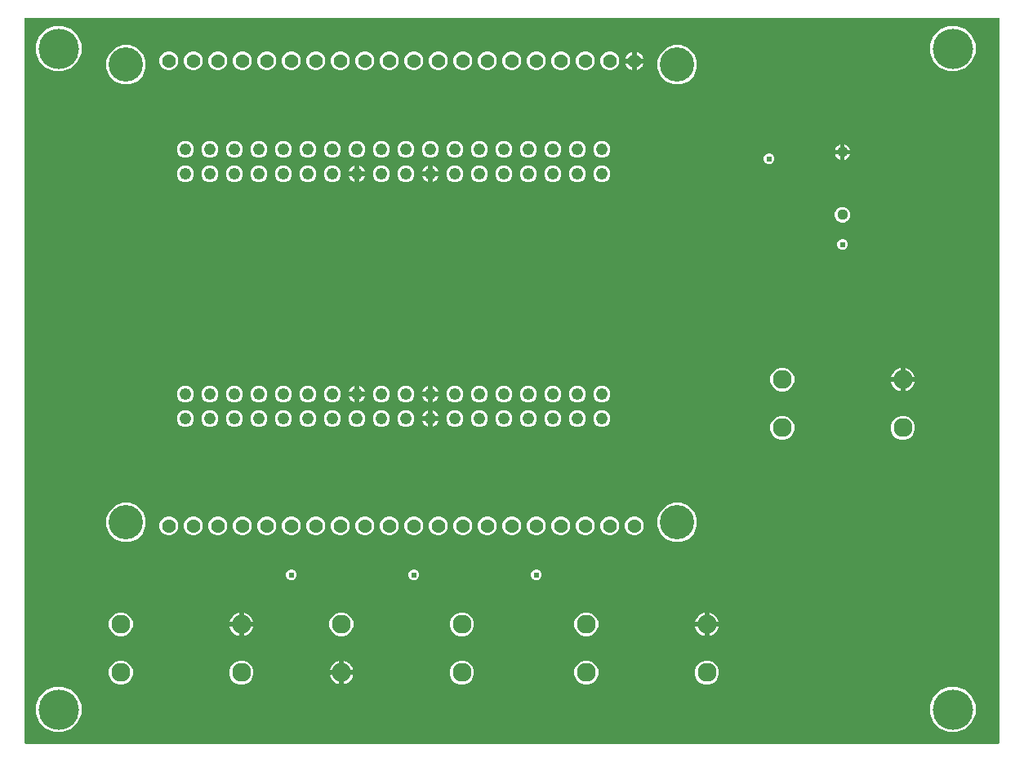
<source format=gbr>
G04 EAGLE Gerber RS-274X export*
G75*
%MOMM*%
%FSLAX34Y34*%
%LPD*%
%INCopper Layer 2*%
%IPPOS*%
%AMOC8*
5,1,8,0,0,1.08239X$1,22.5*%
G01*
%ADD10C,1.120000*%
%ADD11C,1.244600*%
%ADD12C,1.960000*%
%ADD13C,3.556000*%
%ADD14C,1.428000*%
%ADD15C,4.191000*%
%ADD16C,0.254000*%
%ADD17C,0.609600*%

G36*
X1012308Y2556D02*
X1012308Y2556D01*
X1012427Y2563D01*
X1012465Y2576D01*
X1012506Y2581D01*
X1012616Y2624D01*
X1012729Y2661D01*
X1012764Y2683D01*
X1012801Y2698D01*
X1012897Y2767D01*
X1012998Y2831D01*
X1013026Y2861D01*
X1013059Y2884D01*
X1013135Y2976D01*
X1013216Y3063D01*
X1013236Y3098D01*
X1013261Y3129D01*
X1013312Y3237D01*
X1013370Y3341D01*
X1013380Y3381D01*
X1013397Y3417D01*
X1013419Y3534D01*
X1013449Y3649D01*
X1013453Y3709D01*
X1013457Y3729D01*
X1013455Y3750D01*
X1013459Y3810D01*
X1013459Y754890D01*
X1013444Y755008D01*
X1013437Y755127D01*
X1013424Y755165D01*
X1013419Y755206D01*
X1013376Y755316D01*
X1013339Y755429D01*
X1013317Y755464D01*
X1013302Y755501D01*
X1013233Y755597D01*
X1013169Y755698D01*
X1013139Y755726D01*
X1013116Y755759D01*
X1013024Y755835D01*
X1012937Y755916D01*
X1012902Y755936D01*
X1012871Y755961D01*
X1012763Y756012D01*
X1012659Y756070D01*
X1012619Y756080D01*
X1012583Y756097D01*
X1012466Y756119D01*
X1012351Y756149D01*
X1012291Y756153D01*
X1012271Y756157D01*
X1012250Y756155D01*
X1012190Y756159D01*
X3810Y756159D01*
X3692Y756144D01*
X3573Y756137D01*
X3535Y756124D01*
X3494Y756119D01*
X3384Y756076D01*
X3271Y756039D01*
X3236Y756017D01*
X3199Y756002D01*
X3103Y755933D01*
X3002Y755869D01*
X2974Y755839D01*
X2941Y755816D01*
X2865Y755724D01*
X2784Y755637D01*
X2764Y755602D01*
X2739Y755571D01*
X2688Y755463D01*
X2630Y755359D01*
X2620Y755319D01*
X2603Y755283D01*
X2581Y755166D01*
X2551Y755051D01*
X2547Y754991D01*
X2543Y754971D01*
X2545Y754950D01*
X2541Y754890D01*
X2541Y3810D01*
X2556Y3692D01*
X2563Y3573D01*
X2576Y3535D01*
X2581Y3494D01*
X2624Y3384D01*
X2661Y3271D01*
X2683Y3236D01*
X2698Y3199D01*
X2767Y3103D01*
X2831Y3002D01*
X2861Y2974D01*
X2884Y2941D01*
X2976Y2865D01*
X3063Y2784D01*
X3098Y2764D01*
X3129Y2739D01*
X3237Y2688D01*
X3341Y2630D01*
X3381Y2620D01*
X3417Y2603D01*
X3534Y2581D01*
X3649Y2551D01*
X3709Y2547D01*
X3729Y2543D01*
X3750Y2545D01*
X3810Y2541D01*
X1012190Y2541D01*
X1012308Y2556D01*
G37*
%LPC*%
G36*
X960526Y700404D02*
X960526Y700404D01*
X951891Y703981D01*
X945281Y710591D01*
X941704Y719226D01*
X941704Y728574D01*
X945281Y737209D01*
X951891Y743819D01*
X960526Y747396D01*
X969874Y747396D01*
X978509Y743819D01*
X985119Y737209D01*
X988696Y728574D01*
X988696Y719226D01*
X985119Y710591D01*
X978509Y703981D01*
X969874Y700404D01*
X960526Y700404D01*
G37*
%LPD*%
%LPC*%
G36*
X33426Y700404D02*
X33426Y700404D01*
X24791Y703981D01*
X18181Y710591D01*
X14604Y719226D01*
X14604Y728574D01*
X18181Y737209D01*
X24791Y743819D01*
X33426Y747396D01*
X42774Y747396D01*
X51409Y743819D01*
X58019Y737209D01*
X61596Y728574D01*
X61596Y719226D01*
X58019Y710591D01*
X51409Y703981D01*
X42774Y700404D01*
X33426Y700404D01*
G37*
%LPD*%
%LPC*%
G36*
X960526Y14604D02*
X960526Y14604D01*
X951891Y18181D01*
X945281Y24791D01*
X941704Y33426D01*
X941704Y42774D01*
X945281Y51409D01*
X951891Y58019D01*
X960526Y61596D01*
X969874Y61596D01*
X978509Y58019D01*
X985119Y51409D01*
X988696Y42774D01*
X988696Y33426D01*
X985119Y24791D01*
X978509Y18181D01*
X969874Y14604D01*
X960526Y14604D01*
G37*
%LPD*%
%LPC*%
G36*
X33426Y14604D02*
X33426Y14604D01*
X24791Y18181D01*
X18181Y24791D01*
X14604Y33426D01*
X14604Y42774D01*
X18181Y51409D01*
X24791Y58019D01*
X33426Y61596D01*
X42774Y61596D01*
X51409Y58019D01*
X58019Y51409D01*
X61596Y42774D01*
X61596Y33426D01*
X58019Y24791D01*
X51409Y18181D01*
X42774Y14604D01*
X33426Y14604D01*
G37*
%LPD*%
%LPC*%
G36*
X103908Y687069D02*
X103908Y687069D01*
X96439Y690163D01*
X90723Y695879D01*
X87629Y703348D01*
X87629Y711432D01*
X90723Y718901D01*
X96439Y724617D01*
X103908Y727711D01*
X111992Y727711D01*
X119461Y724617D01*
X125177Y718901D01*
X128271Y711432D01*
X128271Y703348D01*
X125177Y695879D01*
X119461Y690163D01*
X111992Y687069D01*
X103908Y687069D01*
G37*
%LPD*%
%LPC*%
G36*
X675408Y212089D02*
X675408Y212089D01*
X667939Y215183D01*
X662223Y220899D01*
X659129Y228368D01*
X659129Y236452D01*
X662223Y243921D01*
X667939Y249637D01*
X675408Y252731D01*
X683492Y252731D01*
X690961Y249637D01*
X696677Y243921D01*
X699771Y236452D01*
X699771Y228368D01*
X696677Y220899D01*
X690961Y215183D01*
X683492Y212089D01*
X675408Y212089D01*
G37*
%LPD*%
%LPC*%
G36*
X103908Y212089D02*
X103908Y212089D01*
X96439Y215183D01*
X90723Y220899D01*
X87629Y228368D01*
X87629Y236452D01*
X90723Y243921D01*
X96439Y249637D01*
X103908Y252731D01*
X111992Y252731D01*
X119461Y249637D01*
X125177Y243921D01*
X128271Y236452D01*
X128271Y228368D01*
X125177Y220899D01*
X119461Y215183D01*
X111992Y212089D01*
X103908Y212089D01*
G37*
%LPD*%
%LPC*%
G36*
X675408Y687069D02*
X675408Y687069D01*
X667939Y690163D01*
X662223Y695879D01*
X659129Y703348D01*
X659129Y711432D01*
X662223Y718901D01*
X667939Y724617D01*
X675408Y727711D01*
X683492Y727711D01*
X690961Y724617D01*
X696677Y718901D01*
X699771Y711432D01*
X699771Y703348D01*
X696677Y695879D01*
X690961Y690163D01*
X683492Y687069D01*
X675408Y687069D01*
G37*
%LPD*%
%LPC*%
G36*
X328745Y114259D02*
X328745Y114259D01*
X324210Y116138D01*
X320738Y119610D01*
X318859Y124145D01*
X318859Y129055D01*
X320738Y133590D01*
X324210Y137062D01*
X328745Y138941D01*
X333655Y138941D01*
X338190Y137062D01*
X341662Y133590D01*
X343541Y129055D01*
X343541Y124145D01*
X341662Y119610D01*
X338190Y116138D01*
X333655Y114259D01*
X328745Y114259D01*
G37*
%LPD*%
%LPC*%
G36*
X785945Y368259D02*
X785945Y368259D01*
X781410Y370138D01*
X777938Y373610D01*
X776059Y378145D01*
X776059Y383055D01*
X777938Y387590D01*
X781410Y391062D01*
X785945Y392941D01*
X790855Y392941D01*
X795390Y391062D01*
X798862Y387590D01*
X800741Y383055D01*
X800741Y378145D01*
X798862Y373610D01*
X795390Y370138D01*
X790855Y368259D01*
X785945Y368259D01*
G37*
%LPD*%
%LPC*%
G36*
X910945Y318259D02*
X910945Y318259D01*
X906410Y320138D01*
X902938Y323610D01*
X901059Y328145D01*
X901059Y333055D01*
X902938Y337590D01*
X906410Y341062D01*
X910945Y342941D01*
X915855Y342941D01*
X920390Y341062D01*
X923862Y337590D01*
X925741Y333055D01*
X925741Y328145D01*
X923862Y323610D01*
X920390Y320138D01*
X915855Y318259D01*
X910945Y318259D01*
G37*
%LPD*%
%LPC*%
G36*
X785945Y318259D02*
X785945Y318259D01*
X781410Y320138D01*
X777938Y323610D01*
X776059Y328145D01*
X776059Y333055D01*
X777938Y337590D01*
X781410Y341062D01*
X785945Y342941D01*
X790855Y342941D01*
X795390Y341062D01*
X798862Y337590D01*
X800741Y333055D01*
X800741Y328145D01*
X798862Y323610D01*
X795390Y320138D01*
X790855Y318259D01*
X785945Y318259D01*
G37*
%LPD*%
%LPC*%
G36*
X582745Y114259D02*
X582745Y114259D01*
X578210Y116138D01*
X574738Y119610D01*
X572859Y124145D01*
X572859Y129055D01*
X574738Y133590D01*
X578210Y137062D01*
X582745Y138941D01*
X587655Y138941D01*
X592190Y137062D01*
X595662Y133590D01*
X597541Y129055D01*
X597541Y124145D01*
X595662Y119610D01*
X592190Y116138D01*
X587655Y114259D01*
X582745Y114259D01*
G37*
%LPD*%
%LPC*%
G36*
X453745Y114259D02*
X453745Y114259D01*
X449210Y116138D01*
X445738Y119610D01*
X443859Y124145D01*
X443859Y129055D01*
X445738Y133590D01*
X449210Y137062D01*
X453745Y138941D01*
X458655Y138941D01*
X463190Y137062D01*
X466662Y133590D01*
X468541Y129055D01*
X468541Y124145D01*
X466662Y119610D01*
X463190Y116138D01*
X458655Y114259D01*
X453745Y114259D01*
G37*
%LPD*%
%LPC*%
G36*
X100145Y114259D02*
X100145Y114259D01*
X95610Y116138D01*
X92138Y119610D01*
X90259Y124145D01*
X90259Y129055D01*
X92138Y133590D01*
X95610Y137062D01*
X100145Y138941D01*
X105055Y138941D01*
X109590Y137062D01*
X113062Y133590D01*
X114941Y129055D01*
X114941Y124145D01*
X113062Y119610D01*
X109590Y116138D01*
X105055Y114259D01*
X100145Y114259D01*
G37*
%LPD*%
%LPC*%
G36*
X707745Y64259D02*
X707745Y64259D01*
X703210Y66138D01*
X699738Y69610D01*
X697859Y74145D01*
X697859Y79055D01*
X699738Y83590D01*
X703210Y87062D01*
X707745Y88941D01*
X712655Y88941D01*
X717190Y87062D01*
X720662Y83590D01*
X722541Y79055D01*
X722541Y74145D01*
X720662Y69610D01*
X717190Y66138D01*
X712655Y64259D01*
X707745Y64259D01*
G37*
%LPD*%
%LPC*%
G36*
X582745Y64259D02*
X582745Y64259D01*
X578210Y66138D01*
X574738Y69610D01*
X572859Y74145D01*
X572859Y79055D01*
X574738Y83590D01*
X578210Y87062D01*
X582745Y88941D01*
X587655Y88941D01*
X592190Y87062D01*
X595662Y83590D01*
X597541Y79055D01*
X597541Y74145D01*
X595662Y69610D01*
X592190Y66138D01*
X587655Y64259D01*
X582745Y64259D01*
G37*
%LPD*%
%LPC*%
G36*
X453745Y64259D02*
X453745Y64259D01*
X449210Y66138D01*
X445738Y69610D01*
X443859Y74145D01*
X443859Y79055D01*
X445738Y83590D01*
X449210Y87062D01*
X453745Y88941D01*
X458655Y88941D01*
X463190Y87062D01*
X466662Y83590D01*
X468541Y79055D01*
X468541Y74145D01*
X466662Y69610D01*
X463190Y66138D01*
X458655Y64259D01*
X453745Y64259D01*
G37*
%LPD*%
%LPC*%
G36*
X225145Y64259D02*
X225145Y64259D01*
X220610Y66138D01*
X217138Y69610D01*
X215259Y74145D01*
X215259Y79055D01*
X217138Y83590D01*
X220610Y87062D01*
X225145Y88941D01*
X230055Y88941D01*
X234590Y87062D01*
X238062Y83590D01*
X239941Y79055D01*
X239941Y74145D01*
X238062Y69610D01*
X234590Y66138D01*
X230055Y64259D01*
X225145Y64259D01*
G37*
%LPD*%
%LPC*%
G36*
X100145Y64259D02*
X100145Y64259D01*
X95610Y66138D01*
X92138Y69610D01*
X90259Y74145D01*
X90259Y79055D01*
X92138Y83590D01*
X95610Y87062D01*
X100145Y88941D01*
X105055Y88941D01*
X109590Y87062D01*
X113062Y83590D01*
X114941Y79055D01*
X114941Y74145D01*
X113062Y69610D01*
X109590Y66138D01*
X105055Y64259D01*
X100145Y64259D01*
G37*
%LPD*%
%LPC*%
G36*
X201274Y701519D02*
X201274Y701519D01*
X197716Y702993D01*
X194993Y705716D01*
X193519Y709274D01*
X193519Y713126D01*
X194993Y716684D01*
X197716Y719407D01*
X201274Y720881D01*
X205126Y720881D01*
X208684Y719407D01*
X211407Y716684D01*
X212881Y713126D01*
X212881Y709274D01*
X211407Y705716D01*
X208684Y702993D01*
X205126Y701519D01*
X201274Y701519D01*
G37*
%LPD*%
%LPC*%
G36*
X175874Y701519D02*
X175874Y701519D01*
X172316Y702993D01*
X169593Y705716D01*
X168119Y709274D01*
X168119Y713126D01*
X169593Y716684D01*
X172316Y719407D01*
X175874Y720881D01*
X179726Y720881D01*
X183284Y719407D01*
X186007Y716684D01*
X187481Y713126D01*
X187481Y709274D01*
X186007Y705716D01*
X183284Y702993D01*
X179726Y701519D01*
X175874Y701519D01*
G37*
%LPD*%
%LPC*%
G36*
X150474Y701519D02*
X150474Y701519D01*
X146916Y702993D01*
X144193Y705716D01*
X142719Y709274D01*
X142719Y713126D01*
X144193Y716684D01*
X146916Y719407D01*
X150474Y720881D01*
X154326Y720881D01*
X157884Y719407D01*
X160607Y716684D01*
X162081Y713126D01*
X162081Y709274D01*
X160607Y705716D01*
X157884Y702993D01*
X154326Y701519D01*
X150474Y701519D01*
G37*
%LPD*%
%LPC*%
G36*
X531474Y701519D02*
X531474Y701519D01*
X527916Y702993D01*
X525193Y705716D01*
X523719Y709274D01*
X523719Y713126D01*
X525193Y716684D01*
X527916Y719407D01*
X531474Y720881D01*
X535326Y720881D01*
X538884Y719407D01*
X541607Y716684D01*
X543081Y713126D01*
X543081Y709274D01*
X541607Y705716D01*
X538884Y702993D01*
X535326Y701519D01*
X531474Y701519D01*
G37*
%LPD*%
%LPC*%
G36*
X226674Y701519D02*
X226674Y701519D01*
X223116Y702993D01*
X220393Y705716D01*
X218919Y709274D01*
X218919Y713126D01*
X220393Y716684D01*
X223116Y719407D01*
X226674Y720881D01*
X230526Y720881D01*
X234084Y719407D01*
X236807Y716684D01*
X238281Y713126D01*
X238281Y709274D01*
X236807Y705716D01*
X234084Y702993D01*
X230526Y701519D01*
X226674Y701519D01*
G37*
%LPD*%
%LPC*%
G36*
X252074Y701519D02*
X252074Y701519D01*
X248516Y702993D01*
X245793Y705716D01*
X244319Y709274D01*
X244319Y713126D01*
X245793Y716684D01*
X248516Y719407D01*
X252074Y720881D01*
X255926Y720881D01*
X259484Y719407D01*
X262207Y716684D01*
X263681Y713126D01*
X263681Y709274D01*
X262207Y705716D01*
X259484Y702993D01*
X255926Y701519D01*
X252074Y701519D01*
G37*
%LPD*%
%LPC*%
G36*
X277474Y701519D02*
X277474Y701519D01*
X273916Y702993D01*
X271193Y705716D01*
X269719Y709274D01*
X269719Y713126D01*
X271193Y716684D01*
X273916Y719407D01*
X277474Y720881D01*
X281326Y720881D01*
X284884Y719407D01*
X287607Y716684D01*
X289081Y713126D01*
X289081Y709274D01*
X287607Y705716D01*
X284884Y702993D01*
X281326Y701519D01*
X277474Y701519D01*
G37*
%LPD*%
%LPC*%
G36*
X302874Y701519D02*
X302874Y701519D01*
X299316Y702993D01*
X296593Y705716D01*
X295119Y709274D01*
X295119Y713126D01*
X296593Y716684D01*
X299316Y719407D01*
X302874Y720881D01*
X306726Y720881D01*
X310284Y719407D01*
X313007Y716684D01*
X314481Y713126D01*
X314481Y709274D01*
X313007Y705716D01*
X310284Y702993D01*
X306726Y701519D01*
X302874Y701519D01*
G37*
%LPD*%
%LPC*%
G36*
X328274Y701519D02*
X328274Y701519D01*
X324716Y702993D01*
X321993Y705716D01*
X320519Y709274D01*
X320519Y713126D01*
X321993Y716684D01*
X324716Y719407D01*
X328274Y720881D01*
X332126Y720881D01*
X335684Y719407D01*
X338407Y716684D01*
X339881Y713126D01*
X339881Y709274D01*
X338407Y705716D01*
X335684Y702993D01*
X332126Y701519D01*
X328274Y701519D01*
G37*
%LPD*%
%LPC*%
G36*
X353674Y701519D02*
X353674Y701519D01*
X350116Y702993D01*
X347393Y705716D01*
X345919Y709274D01*
X345919Y713126D01*
X347393Y716684D01*
X350116Y719407D01*
X353674Y720881D01*
X357526Y720881D01*
X361084Y719407D01*
X363807Y716684D01*
X365281Y713126D01*
X365281Y709274D01*
X363807Y705716D01*
X361084Y702993D01*
X357526Y701519D01*
X353674Y701519D01*
G37*
%LPD*%
%LPC*%
G36*
X506074Y701519D02*
X506074Y701519D01*
X502516Y702993D01*
X499793Y705716D01*
X498319Y709274D01*
X498319Y713126D01*
X499793Y716684D01*
X502516Y719407D01*
X506074Y720881D01*
X509926Y720881D01*
X513484Y719407D01*
X516207Y716684D01*
X517681Y713126D01*
X517681Y709274D01*
X516207Y705716D01*
X513484Y702993D01*
X509926Y701519D01*
X506074Y701519D01*
G37*
%LPD*%
%LPC*%
G36*
X379074Y701519D02*
X379074Y701519D01*
X375516Y702993D01*
X372793Y705716D01*
X371319Y709274D01*
X371319Y713126D01*
X372793Y716684D01*
X375516Y719407D01*
X379074Y720881D01*
X382926Y720881D01*
X386484Y719407D01*
X389207Y716684D01*
X390681Y713126D01*
X390681Y709274D01*
X389207Y705716D01*
X386484Y702993D01*
X382926Y701519D01*
X379074Y701519D01*
G37*
%LPD*%
%LPC*%
G36*
X404474Y701519D02*
X404474Y701519D01*
X400916Y702993D01*
X398193Y705716D01*
X396719Y709274D01*
X396719Y713126D01*
X398193Y716684D01*
X400916Y719407D01*
X404474Y720881D01*
X408326Y720881D01*
X411884Y719407D01*
X414607Y716684D01*
X416081Y713126D01*
X416081Y709274D01*
X414607Y705716D01*
X411884Y702993D01*
X408326Y701519D01*
X404474Y701519D01*
G37*
%LPD*%
%LPC*%
G36*
X150474Y218919D02*
X150474Y218919D01*
X146916Y220393D01*
X144193Y223116D01*
X142719Y226674D01*
X142719Y230526D01*
X144193Y234084D01*
X146916Y236807D01*
X150474Y238281D01*
X154326Y238281D01*
X157884Y236807D01*
X160607Y234084D01*
X162081Y230526D01*
X162081Y226674D01*
X160607Y223116D01*
X157884Y220393D01*
X154326Y218919D01*
X150474Y218919D01*
G37*
%LPD*%
%LPC*%
G36*
X480674Y701519D02*
X480674Y701519D01*
X477116Y702993D01*
X474393Y705716D01*
X472919Y709274D01*
X472919Y713126D01*
X474393Y716684D01*
X477116Y719407D01*
X480674Y720881D01*
X484526Y720881D01*
X488084Y719407D01*
X490807Y716684D01*
X492281Y713126D01*
X492281Y709274D01*
X490807Y705716D01*
X488084Y702993D01*
X484526Y701519D01*
X480674Y701519D01*
G37*
%LPD*%
%LPC*%
G36*
X201274Y218919D02*
X201274Y218919D01*
X197716Y220393D01*
X194993Y223116D01*
X193519Y226674D01*
X193519Y230526D01*
X194993Y234084D01*
X197716Y236807D01*
X201274Y238281D01*
X205126Y238281D01*
X208684Y236807D01*
X211407Y234084D01*
X212881Y230526D01*
X212881Y226674D01*
X211407Y223116D01*
X208684Y220393D01*
X205126Y218919D01*
X201274Y218919D01*
G37*
%LPD*%
%LPC*%
G36*
X226674Y218919D02*
X226674Y218919D01*
X223116Y220393D01*
X220393Y223116D01*
X218919Y226674D01*
X218919Y230526D01*
X220393Y234084D01*
X223116Y236807D01*
X226674Y238281D01*
X230526Y238281D01*
X234084Y236807D01*
X236807Y234084D01*
X238281Y230526D01*
X238281Y226674D01*
X236807Y223116D01*
X234084Y220393D01*
X230526Y218919D01*
X226674Y218919D01*
G37*
%LPD*%
%LPC*%
G36*
X252074Y218919D02*
X252074Y218919D01*
X248516Y220393D01*
X245793Y223116D01*
X244319Y226674D01*
X244319Y230526D01*
X245793Y234084D01*
X248516Y236807D01*
X252074Y238281D01*
X255926Y238281D01*
X259484Y236807D01*
X262207Y234084D01*
X263681Y230526D01*
X263681Y226674D01*
X262207Y223116D01*
X259484Y220393D01*
X255926Y218919D01*
X252074Y218919D01*
G37*
%LPD*%
%LPC*%
G36*
X277474Y218919D02*
X277474Y218919D01*
X273916Y220393D01*
X271193Y223116D01*
X269719Y226674D01*
X269719Y230526D01*
X271193Y234084D01*
X273916Y236807D01*
X277474Y238281D01*
X281326Y238281D01*
X284884Y236807D01*
X287607Y234084D01*
X289081Y230526D01*
X289081Y226674D01*
X287607Y223116D01*
X284884Y220393D01*
X281326Y218919D01*
X277474Y218919D01*
G37*
%LPD*%
%LPC*%
G36*
X302874Y218919D02*
X302874Y218919D01*
X299316Y220393D01*
X296593Y223116D01*
X295119Y226674D01*
X295119Y230526D01*
X296593Y234084D01*
X299316Y236807D01*
X302874Y238281D01*
X306726Y238281D01*
X310284Y236807D01*
X313007Y234084D01*
X314481Y230526D01*
X314481Y226674D01*
X313007Y223116D01*
X310284Y220393D01*
X306726Y218919D01*
X302874Y218919D01*
G37*
%LPD*%
%LPC*%
G36*
X328274Y218919D02*
X328274Y218919D01*
X324716Y220393D01*
X321993Y223116D01*
X320519Y226674D01*
X320519Y230526D01*
X321993Y234084D01*
X324716Y236807D01*
X328274Y238281D01*
X332126Y238281D01*
X335684Y236807D01*
X338407Y234084D01*
X339881Y230526D01*
X339881Y226674D01*
X338407Y223116D01*
X335684Y220393D01*
X332126Y218919D01*
X328274Y218919D01*
G37*
%LPD*%
%LPC*%
G36*
X353674Y218919D02*
X353674Y218919D01*
X350116Y220393D01*
X347393Y223116D01*
X345919Y226674D01*
X345919Y230526D01*
X347393Y234084D01*
X350116Y236807D01*
X353674Y238281D01*
X357526Y238281D01*
X361084Y236807D01*
X363807Y234084D01*
X365281Y230526D01*
X365281Y226674D01*
X363807Y223116D01*
X361084Y220393D01*
X357526Y218919D01*
X353674Y218919D01*
G37*
%LPD*%
%LPC*%
G36*
X379074Y218919D02*
X379074Y218919D01*
X375516Y220393D01*
X372793Y223116D01*
X371319Y226674D01*
X371319Y230526D01*
X372793Y234084D01*
X375516Y236807D01*
X379074Y238281D01*
X382926Y238281D01*
X386484Y236807D01*
X389207Y234084D01*
X390681Y230526D01*
X390681Y226674D01*
X389207Y223116D01*
X386484Y220393D01*
X382926Y218919D01*
X379074Y218919D01*
G37*
%LPD*%
%LPC*%
G36*
X404474Y218919D02*
X404474Y218919D01*
X400916Y220393D01*
X398193Y223116D01*
X396719Y226674D01*
X396719Y230526D01*
X398193Y234084D01*
X400916Y236807D01*
X404474Y238281D01*
X408326Y238281D01*
X411884Y236807D01*
X414607Y234084D01*
X416081Y230526D01*
X416081Y226674D01*
X414607Y223116D01*
X411884Y220393D01*
X408326Y218919D01*
X404474Y218919D01*
G37*
%LPD*%
%LPC*%
G36*
X429874Y218919D02*
X429874Y218919D01*
X426316Y220393D01*
X423593Y223116D01*
X422119Y226674D01*
X422119Y230526D01*
X423593Y234084D01*
X426316Y236807D01*
X429874Y238281D01*
X433726Y238281D01*
X437284Y236807D01*
X440007Y234084D01*
X441481Y230526D01*
X441481Y226674D01*
X440007Y223116D01*
X437284Y220393D01*
X433726Y218919D01*
X429874Y218919D01*
G37*
%LPD*%
%LPC*%
G36*
X455274Y218919D02*
X455274Y218919D01*
X451716Y220393D01*
X448993Y223116D01*
X447519Y226674D01*
X447519Y230526D01*
X448993Y234084D01*
X451716Y236807D01*
X455274Y238281D01*
X459126Y238281D01*
X462684Y236807D01*
X465407Y234084D01*
X466881Y230526D01*
X466881Y226674D01*
X465407Y223116D01*
X462684Y220393D01*
X459126Y218919D01*
X455274Y218919D01*
G37*
%LPD*%
%LPC*%
G36*
X480674Y218919D02*
X480674Y218919D01*
X477116Y220393D01*
X474393Y223116D01*
X472919Y226674D01*
X472919Y230526D01*
X474393Y234084D01*
X477116Y236807D01*
X480674Y238281D01*
X484526Y238281D01*
X488084Y236807D01*
X490807Y234084D01*
X492281Y230526D01*
X492281Y226674D01*
X490807Y223116D01*
X488084Y220393D01*
X484526Y218919D01*
X480674Y218919D01*
G37*
%LPD*%
%LPC*%
G36*
X506074Y218919D02*
X506074Y218919D01*
X502516Y220393D01*
X499793Y223116D01*
X498319Y226674D01*
X498319Y230526D01*
X499793Y234084D01*
X502516Y236807D01*
X506074Y238281D01*
X509926Y238281D01*
X513484Y236807D01*
X516207Y234084D01*
X517681Y230526D01*
X517681Y226674D01*
X516207Y223116D01*
X513484Y220393D01*
X509926Y218919D01*
X506074Y218919D01*
G37*
%LPD*%
%LPC*%
G36*
X531474Y218919D02*
X531474Y218919D01*
X527916Y220393D01*
X525193Y223116D01*
X523719Y226674D01*
X523719Y230526D01*
X525193Y234084D01*
X527916Y236807D01*
X531474Y238281D01*
X535326Y238281D01*
X538884Y236807D01*
X541607Y234084D01*
X543081Y230526D01*
X543081Y226674D01*
X541607Y223116D01*
X538884Y220393D01*
X535326Y218919D01*
X531474Y218919D01*
G37*
%LPD*%
%LPC*%
G36*
X556874Y218919D02*
X556874Y218919D01*
X553316Y220393D01*
X550593Y223116D01*
X549119Y226674D01*
X549119Y230526D01*
X550593Y234084D01*
X553316Y236807D01*
X556874Y238281D01*
X560726Y238281D01*
X564284Y236807D01*
X567007Y234084D01*
X568481Y230526D01*
X568481Y226674D01*
X567007Y223116D01*
X564284Y220393D01*
X560726Y218919D01*
X556874Y218919D01*
G37*
%LPD*%
%LPC*%
G36*
X582274Y218919D02*
X582274Y218919D01*
X578716Y220393D01*
X575993Y223116D01*
X574519Y226674D01*
X574519Y230526D01*
X575993Y234084D01*
X578716Y236807D01*
X582274Y238281D01*
X586126Y238281D01*
X589684Y236807D01*
X592407Y234084D01*
X593881Y230526D01*
X593881Y226674D01*
X592407Y223116D01*
X589684Y220393D01*
X586126Y218919D01*
X582274Y218919D01*
G37*
%LPD*%
%LPC*%
G36*
X607674Y218919D02*
X607674Y218919D01*
X604116Y220393D01*
X601393Y223116D01*
X599919Y226674D01*
X599919Y230526D01*
X601393Y234084D01*
X604116Y236807D01*
X607674Y238281D01*
X611526Y238281D01*
X615084Y236807D01*
X617807Y234084D01*
X619281Y230526D01*
X619281Y226674D01*
X617807Y223116D01*
X615084Y220393D01*
X611526Y218919D01*
X607674Y218919D01*
G37*
%LPD*%
%LPC*%
G36*
X633074Y218919D02*
X633074Y218919D01*
X629516Y220393D01*
X626793Y223116D01*
X625319Y226674D01*
X625319Y230526D01*
X626793Y234084D01*
X629516Y236807D01*
X633074Y238281D01*
X636926Y238281D01*
X640484Y236807D01*
X643207Y234084D01*
X644681Y230526D01*
X644681Y226674D01*
X643207Y223116D01*
X640484Y220393D01*
X636926Y218919D01*
X633074Y218919D01*
G37*
%LPD*%
%LPC*%
G36*
X556874Y701519D02*
X556874Y701519D01*
X553316Y702993D01*
X550593Y705716D01*
X549119Y709274D01*
X549119Y713126D01*
X550593Y716684D01*
X553316Y719407D01*
X556874Y720881D01*
X560726Y720881D01*
X564284Y719407D01*
X567007Y716684D01*
X568481Y713126D01*
X568481Y709274D01*
X567007Y705716D01*
X564284Y702993D01*
X560726Y701519D01*
X556874Y701519D01*
G37*
%LPD*%
%LPC*%
G36*
X582274Y701519D02*
X582274Y701519D01*
X578716Y702993D01*
X575993Y705716D01*
X574519Y709274D01*
X574519Y713126D01*
X575993Y716684D01*
X578716Y719407D01*
X582274Y720881D01*
X586126Y720881D01*
X589684Y719407D01*
X592407Y716684D01*
X593881Y713126D01*
X593881Y709274D01*
X592407Y705716D01*
X589684Y702993D01*
X586126Y701519D01*
X582274Y701519D01*
G37*
%LPD*%
%LPC*%
G36*
X429874Y701519D02*
X429874Y701519D01*
X426316Y702993D01*
X423593Y705716D01*
X422119Y709274D01*
X422119Y713126D01*
X423593Y716684D01*
X426316Y719407D01*
X429874Y720881D01*
X433726Y720881D01*
X437284Y719407D01*
X440007Y716684D01*
X441481Y713126D01*
X441481Y709274D01*
X440007Y705716D01*
X437284Y702993D01*
X433726Y701519D01*
X429874Y701519D01*
G37*
%LPD*%
%LPC*%
G36*
X455274Y701519D02*
X455274Y701519D01*
X451716Y702993D01*
X448993Y705716D01*
X447519Y709274D01*
X447519Y713126D01*
X448993Y716684D01*
X451716Y719407D01*
X455274Y720881D01*
X459126Y720881D01*
X462684Y719407D01*
X465407Y716684D01*
X466881Y713126D01*
X466881Y709274D01*
X465407Y705716D01*
X462684Y702993D01*
X459126Y701519D01*
X455274Y701519D01*
G37*
%LPD*%
%LPC*%
G36*
X607674Y701519D02*
X607674Y701519D01*
X604116Y702993D01*
X601393Y705716D01*
X599919Y709274D01*
X599919Y713126D01*
X601393Y716684D01*
X604116Y719407D01*
X607674Y720881D01*
X611526Y720881D01*
X615084Y719407D01*
X617807Y716684D01*
X619281Y713126D01*
X619281Y709274D01*
X617807Y705716D01*
X615084Y702993D01*
X611526Y701519D01*
X607674Y701519D01*
G37*
%LPD*%
%LPC*%
G36*
X175874Y218919D02*
X175874Y218919D01*
X172316Y220393D01*
X169593Y223116D01*
X168119Y226674D01*
X168119Y230526D01*
X169593Y234084D01*
X172316Y236807D01*
X175874Y238281D01*
X179726Y238281D01*
X183284Y236807D01*
X186007Y234084D01*
X187481Y230526D01*
X187481Y226674D01*
X186007Y223116D01*
X183284Y220393D01*
X179726Y218919D01*
X175874Y218919D01*
G37*
%LPD*%
%LPC*%
G36*
X447157Y585336D02*
X447157Y585336D01*
X443936Y586670D01*
X441470Y589136D01*
X440136Y592357D01*
X440136Y595843D01*
X441470Y599064D01*
X443936Y601530D01*
X447157Y602864D01*
X450643Y602864D01*
X453864Y601530D01*
X456330Y599064D01*
X457664Y595843D01*
X457664Y592357D01*
X456330Y589136D01*
X453864Y586670D01*
X450643Y585336D01*
X447157Y585336D01*
G37*
%LPD*%
%LPC*%
G36*
X396357Y585336D02*
X396357Y585336D01*
X393136Y586670D01*
X390670Y589136D01*
X389336Y592357D01*
X389336Y595843D01*
X390670Y599064D01*
X393136Y601530D01*
X396357Y602864D01*
X399843Y602864D01*
X403064Y601530D01*
X405530Y599064D01*
X406864Y595843D01*
X406864Y592357D01*
X405530Y589136D01*
X403064Y586670D01*
X399843Y585336D01*
X396357Y585336D01*
G37*
%LPD*%
%LPC*%
G36*
X370957Y585336D02*
X370957Y585336D01*
X367736Y586670D01*
X365270Y589136D01*
X363936Y592357D01*
X363936Y595843D01*
X365270Y599064D01*
X367736Y601530D01*
X370957Y602864D01*
X374443Y602864D01*
X377664Y601530D01*
X380130Y599064D01*
X381464Y595843D01*
X381464Y592357D01*
X380130Y589136D01*
X377664Y586670D01*
X374443Y585336D01*
X370957Y585336D01*
G37*
%LPD*%
%LPC*%
G36*
X320157Y585336D02*
X320157Y585336D01*
X316936Y586670D01*
X314470Y589136D01*
X313136Y592357D01*
X313136Y595843D01*
X314470Y599064D01*
X316936Y601530D01*
X320157Y602864D01*
X323643Y602864D01*
X326864Y601530D01*
X329330Y599064D01*
X330664Y595843D01*
X330664Y592357D01*
X329330Y589136D01*
X326864Y586670D01*
X323643Y585336D01*
X320157Y585336D01*
G37*
%LPD*%
%LPC*%
G36*
X294757Y585336D02*
X294757Y585336D01*
X291536Y586670D01*
X289070Y589136D01*
X287736Y592357D01*
X287736Y595843D01*
X289070Y599064D01*
X291536Y601530D01*
X294757Y602864D01*
X298243Y602864D01*
X301464Y601530D01*
X303930Y599064D01*
X305264Y595843D01*
X305264Y592357D01*
X303930Y589136D01*
X301464Y586670D01*
X298243Y585336D01*
X294757Y585336D01*
G37*
%LPD*%
%LPC*%
G36*
X269357Y585336D02*
X269357Y585336D01*
X266136Y586670D01*
X263670Y589136D01*
X262336Y592357D01*
X262336Y595843D01*
X263670Y599064D01*
X266136Y601530D01*
X269357Y602864D01*
X272843Y602864D01*
X276064Y601530D01*
X278530Y599064D01*
X279864Y595843D01*
X279864Y592357D01*
X278530Y589136D01*
X276064Y586670D01*
X272843Y585336D01*
X269357Y585336D01*
G37*
%LPD*%
%LPC*%
G36*
X243957Y585336D02*
X243957Y585336D01*
X240736Y586670D01*
X238270Y589136D01*
X236936Y592357D01*
X236936Y595843D01*
X238270Y599064D01*
X240736Y601530D01*
X243957Y602864D01*
X247443Y602864D01*
X250664Y601530D01*
X253130Y599064D01*
X254464Y595843D01*
X254464Y592357D01*
X253130Y589136D01*
X250664Y586670D01*
X247443Y585336D01*
X243957Y585336D01*
G37*
%LPD*%
%LPC*%
G36*
X218557Y585336D02*
X218557Y585336D01*
X215336Y586670D01*
X212870Y589136D01*
X211536Y592357D01*
X211536Y595843D01*
X212870Y599064D01*
X215336Y601530D01*
X218557Y602864D01*
X222043Y602864D01*
X225264Y601530D01*
X227730Y599064D01*
X229064Y595843D01*
X229064Y592357D01*
X227730Y589136D01*
X225264Y586670D01*
X222043Y585336D01*
X218557Y585336D01*
G37*
%LPD*%
%LPC*%
G36*
X396357Y356736D02*
X396357Y356736D01*
X393136Y358070D01*
X390670Y360536D01*
X389336Y363757D01*
X389336Y367243D01*
X390670Y370464D01*
X393136Y372930D01*
X396357Y374264D01*
X399843Y374264D01*
X403064Y372930D01*
X405530Y370464D01*
X406864Y367243D01*
X406864Y363757D01*
X405530Y360536D01*
X403064Y358070D01*
X399843Y356736D01*
X396357Y356736D01*
G37*
%LPD*%
%LPC*%
G36*
X345557Y610736D02*
X345557Y610736D01*
X342336Y612070D01*
X339870Y614536D01*
X338536Y617757D01*
X338536Y621243D01*
X339870Y624464D01*
X342336Y626930D01*
X345557Y628264D01*
X349043Y628264D01*
X352264Y626930D01*
X354730Y624464D01*
X356064Y621243D01*
X356064Y617757D01*
X354730Y614536D01*
X352264Y612070D01*
X349043Y610736D01*
X345557Y610736D01*
G37*
%LPD*%
%LPC*%
G36*
X320157Y610736D02*
X320157Y610736D01*
X316936Y612070D01*
X314470Y614536D01*
X313136Y617757D01*
X313136Y621243D01*
X314470Y624464D01*
X316936Y626930D01*
X320157Y628264D01*
X323643Y628264D01*
X326864Y626930D01*
X329330Y624464D01*
X330664Y621243D01*
X330664Y617757D01*
X329330Y614536D01*
X326864Y612070D01*
X323643Y610736D01*
X320157Y610736D01*
G37*
%LPD*%
%LPC*%
G36*
X599557Y610736D02*
X599557Y610736D01*
X596336Y612070D01*
X593870Y614536D01*
X592536Y617757D01*
X592536Y621243D01*
X593870Y624464D01*
X596336Y626930D01*
X599557Y628264D01*
X603043Y628264D01*
X606264Y626930D01*
X608730Y624464D01*
X610064Y621243D01*
X610064Y617757D01*
X608730Y614536D01*
X606264Y612070D01*
X603043Y610736D01*
X599557Y610736D01*
G37*
%LPD*%
%LPC*%
G36*
X574157Y610736D02*
X574157Y610736D01*
X570936Y612070D01*
X568470Y614536D01*
X567136Y617757D01*
X567136Y621243D01*
X568470Y624464D01*
X570936Y626930D01*
X574157Y628264D01*
X577643Y628264D01*
X580864Y626930D01*
X583330Y624464D01*
X584664Y621243D01*
X584664Y617757D01*
X583330Y614536D01*
X580864Y612070D01*
X577643Y610736D01*
X574157Y610736D01*
G37*
%LPD*%
%LPC*%
G36*
X548757Y610736D02*
X548757Y610736D01*
X545536Y612070D01*
X543070Y614536D01*
X541736Y617757D01*
X541736Y621243D01*
X543070Y624464D01*
X545536Y626930D01*
X548757Y628264D01*
X552243Y628264D01*
X555464Y626930D01*
X557930Y624464D01*
X559264Y621243D01*
X559264Y617757D01*
X557930Y614536D01*
X555464Y612070D01*
X552243Y610736D01*
X548757Y610736D01*
G37*
%LPD*%
%LPC*%
G36*
X523357Y610736D02*
X523357Y610736D01*
X520136Y612070D01*
X517670Y614536D01*
X516336Y617757D01*
X516336Y621243D01*
X517670Y624464D01*
X520136Y626930D01*
X523357Y628264D01*
X526843Y628264D01*
X530064Y626930D01*
X532530Y624464D01*
X533864Y621243D01*
X533864Y617757D01*
X532530Y614536D01*
X530064Y612070D01*
X526843Y610736D01*
X523357Y610736D01*
G37*
%LPD*%
%LPC*%
G36*
X497957Y610736D02*
X497957Y610736D01*
X494736Y612070D01*
X492270Y614536D01*
X490936Y617757D01*
X490936Y621243D01*
X492270Y624464D01*
X494736Y626930D01*
X497957Y628264D01*
X501443Y628264D01*
X504664Y626930D01*
X507130Y624464D01*
X508464Y621243D01*
X508464Y617757D01*
X507130Y614536D01*
X504664Y612070D01*
X501443Y610736D01*
X497957Y610736D01*
G37*
%LPD*%
%LPC*%
G36*
X472557Y610736D02*
X472557Y610736D01*
X469336Y612070D01*
X466870Y614536D01*
X465536Y617757D01*
X465536Y621243D01*
X466870Y624464D01*
X469336Y626930D01*
X472557Y628264D01*
X476043Y628264D01*
X479264Y626930D01*
X481730Y624464D01*
X483064Y621243D01*
X483064Y617757D01*
X481730Y614536D01*
X479264Y612070D01*
X476043Y610736D01*
X472557Y610736D01*
G37*
%LPD*%
%LPC*%
G36*
X447157Y610736D02*
X447157Y610736D01*
X443936Y612070D01*
X441470Y614536D01*
X440136Y617757D01*
X440136Y621243D01*
X441470Y624464D01*
X443936Y626930D01*
X447157Y628264D01*
X450643Y628264D01*
X453864Y626930D01*
X456330Y624464D01*
X457664Y621243D01*
X457664Y617757D01*
X456330Y614536D01*
X453864Y612070D01*
X450643Y610736D01*
X447157Y610736D01*
G37*
%LPD*%
%LPC*%
G36*
X472557Y585336D02*
X472557Y585336D01*
X469336Y586670D01*
X466870Y589136D01*
X465536Y592357D01*
X465536Y595843D01*
X466870Y599064D01*
X469336Y601530D01*
X472557Y602864D01*
X476043Y602864D01*
X479264Y601530D01*
X481730Y599064D01*
X483064Y595843D01*
X483064Y592357D01*
X481730Y589136D01*
X479264Y586670D01*
X476043Y585336D01*
X472557Y585336D01*
G37*
%LPD*%
%LPC*%
G36*
X421757Y610736D02*
X421757Y610736D01*
X418536Y612070D01*
X416070Y614536D01*
X414736Y617757D01*
X414736Y621243D01*
X416070Y624464D01*
X418536Y626930D01*
X421757Y628264D01*
X425243Y628264D01*
X428464Y626930D01*
X430930Y624464D01*
X432264Y621243D01*
X432264Y617757D01*
X430930Y614536D01*
X428464Y612070D01*
X425243Y610736D01*
X421757Y610736D01*
G37*
%LPD*%
%LPC*%
G36*
X396357Y610736D02*
X396357Y610736D01*
X393136Y612070D01*
X390670Y614536D01*
X389336Y617757D01*
X389336Y621243D01*
X390670Y624464D01*
X393136Y626930D01*
X396357Y628264D01*
X399843Y628264D01*
X403064Y626930D01*
X405530Y624464D01*
X406864Y621243D01*
X406864Y617757D01*
X405530Y614536D01*
X403064Y612070D01*
X399843Y610736D01*
X396357Y610736D01*
G37*
%LPD*%
%LPC*%
G36*
X370957Y610736D02*
X370957Y610736D01*
X367736Y612070D01*
X365270Y614536D01*
X363936Y617757D01*
X363936Y621243D01*
X365270Y624464D01*
X367736Y626930D01*
X370957Y628264D01*
X374443Y628264D01*
X377664Y626930D01*
X380130Y624464D01*
X381464Y621243D01*
X381464Y617757D01*
X380130Y614536D01*
X377664Y612070D01*
X374443Y610736D01*
X370957Y610736D01*
G37*
%LPD*%
%LPC*%
G36*
X294757Y610736D02*
X294757Y610736D01*
X291536Y612070D01*
X289070Y614536D01*
X287736Y617757D01*
X287736Y621243D01*
X289070Y624464D01*
X291536Y626930D01*
X294757Y628264D01*
X298243Y628264D01*
X301464Y626930D01*
X303930Y624464D01*
X305264Y621243D01*
X305264Y617757D01*
X303930Y614536D01*
X301464Y612070D01*
X298243Y610736D01*
X294757Y610736D01*
G37*
%LPD*%
%LPC*%
G36*
X269357Y610736D02*
X269357Y610736D01*
X266136Y612070D01*
X263670Y614536D01*
X262336Y617757D01*
X262336Y621243D01*
X263670Y624464D01*
X266136Y626930D01*
X269357Y628264D01*
X272843Y628264D01*
X276064Y626930D01*
X278530Y624464D01*
X279864Y621243D01*
X279864Y617757D01*
X278530Y614536D01*
X276064Y612070D01*
X272843Y610736D01*
X269357Y610736D01*
G37*
%LPD*%
%LPC*%
G36*
X472557Y356736D02*
X472557Y356736D01*
X469336Y358070D01*
X466870Y360536D01*
X465536Y363757D01*
X465536Y367243D01*
X466870Y370464D01*
X469336Y372930D01*
X472557Y374264D01*
X476043Y374264D01*
X479264Y372930D01*
X481730Y370464D01*
X483064Y367243D01*
X483064Y363757D01*
X481730Y360536D01*
X479264Y358070D01*
X476043Y356736D01*
X472557Y356736D01*
G37*
%LPD*%
%LPC*%
G36*
X447157Y356736D02*
X447157Y356736D01*
X443936Y358070D01*
X441470Y360536D01*
X440136Y363757D01*
X440136Y367243D01*
X441470Y370464D01*
X443936Y372930D01*
X447157Y374264D01*
X450643Y374264D01*
X453864Y372930D01*
X456330Y370464D01*
X457664Y367243D01*
X457664Y363757D01*
X456330Y360536D01*
X453864Y358070D01*
X450643Y356736D01*
X447157Y356736D01*
G37*
%LPD*%
%LPC*%
G36*
X599557Y356736D02*
X599557Y356736D01*
X596336Y358070D01*
X593870Y360536D01*
X592536Y363757D01*
X592536Y367243D01*
X593870Y370464D01*
X596336Y372930D01*
X599557Y374264D01*
X603043Y374264D01*
X606264Y372930D01*
X608730Y370464D01*
X610064Y367243D01*
X610064Y363757D01*
X608730Y360536D01*
X606264Y358070D01*
X603043Y356736D01*
X599557Y356736D01*
G37*
%LPD*%
%LPC*%
G36*
X574157Y356736D02*
X574157Y356736D01*
X570936Y358070D01*
X568470Y360536D01*
X567136Y363757D01*
X567136Y367243D01*
X568470Y370464D01*
X570936Y372930D01*
X574157Y374264D01*
X577643Y374264D01*
X580864Y372930D01*
X583330Y370464D01*
X584664Y367243D01*
X584664Y363757D01*
X583330Y360536D01*
X580864Y358070D01*
X577643Y356736D01*
X574157Y356736D01*
G37*
%LPD*%
%LPC*%
G36*
X548757Y356736D02*
X548757Y356736D01*
X545536Y358070D01*
X543070Y360536D01*
X541736Y363757D01*
X541736Y367243D01*
X543070Y370464D01*
X545536Y372930D01*
X548757Y374264D01*
X552243Y374264D01*
X555464Y372930D01*
X557930Y370464D01*
X559264Y367243D01*
X559264Y363757D01*
X557930Y360536D01*
X555464Y358070D01*
X552243Y356736D01*
X548757Y356736D01*
G37*
%LPD*%
%LPC*%
G36*
X523357Y356736D02*
X523357Y356736D01*
X520136Y358070D01*
X517670Y360536D01*
X516336Y363757D01*
X516336Y367243D01*
X517670Y370464D01*
X520136Y372930D01*
X523357Y374264D01*
X526843Y374264D01*
X530064Y372930D01*
X532530Y370464D01*
X533864Y367243D01*
X533864Y363757D01*
X532530Y360536D01*
X530064Y358070D01*
X526843Y356736D01*
X523357Y356736D01*
G37*
%LPD*%
%LPC*%
G36*
X497957Y356736D02*
X497957Y356736D01*
X494736Y358070D01*
X492270Y360536D01*
X490936Y363757D01*
X490936Y367243D01*
X492270Y370464D01*
X494736Y372930D01*
X497957Y374264D01*
X501443Y374264D01*
X504664Y372930D01*
X507130Y370464D01*
X508464Y367243D01*
X508464Y363757D01*
X507130Y360536D01*
X504664Y358070D01*
X501443Y356736D01*
X497957Y356736D01*
G37*
%LPD*%
%LPC*%
G36*
X167757Y585336D02*
X167757Y585336D01*
X164536Y586670D01*
X162070Y589136D01*
X160736Y592357D01*
X160736Y595843D01*
X162070Y599064D01*
X164536Y601530D01*
X167757Y602864D01*
X171243Y602864D01*
X174464Y601530D01*
X176930Y599064D01*
X178264Y595843D01*
X178264Y592357D01*
X176930Y589136D01*
X174464Y586670D01*
X171243Y585336D01*
X167757Y585336D01*
G37*
%LPD*%
%LPC*%
G36*
X370957Y356736D02*
X370957Y356736D01*
X367736Y358070D01*
X365270Y360536D01*
X363936Y363757D01*
X363936Y367243D01*
X365270Y370464D01*
X367736Y372930D01*
X370957Y374264D01*
X374443Y374264D01*
X377664Y372930D01*
X380130Y370464D01*
X381464Y367243D01*
X381464Y363757D01*
X380130Y360536D01*
X377664Y358070D01*
X374443Y356736D01*
X370957Y356736D01*
G37*
%LPD*%
%LPC*%
G36*
X320157Y356736D02*
X320157Y356736D01*
X316936Y358070D01*
X314470Y360536D01*
X313136Y363757D01*
X313136Y367243D01*
X314470Y370464D01*
X316936Y372930D01*
X320157Y374264D01*
X323643Y374264D01*
X326864Y372930D01*
X329330Y370464D01*
X330664Y367243D01*
X330664Y363757D01*
X329330Y360536D01*
X326864Y358070D01*
X323643Y356736D01*
X320157Y356736D01*
G37*
%LPD*%
%LPC*%
G36*
X294757Y356736D02*
X294757Y356736D01*
X291536Y358070D01*
X289070Y360536D01*
X287736Y363757D01*
X287736Y367243D01*
X289070Y370464D01*
X291536Y372930D01*
X294757Y374264D01*
X298243Y374264D01*
X301464Y372930D01*
X303930Y370464D01*
X305264Y367243D01*
X305264Y363757D01*
X303930Y360536D01*
X301464Y358070D01*
X298243Y356736D01*
X294757Y356736D01*
G37*
%LPD*%
%LPC*%
G36*
X269357Y356736D02*
X269357Y356736D01*
X266136Y358070D01*
X263670Y360536D01*
X262336Y363757D01*
X262336Y367243D01*
X263670Y370464D01*
X266136Y372930D01*
X269357Y374264D01*
X272843Y374264D01*
X276064Y372930D01*
X278530Y370464D01*
X279864Y367243D01*
X279864Y363757D01*
X278530Y360536D01*
X276064Y358070D01*
X272843Y356736D01*
X269357Y356736D01*
G37*
%LPD*%
%LPC*%
G36*
X243957Y356736D02*
X243957Y356736D01*
X240736Y358070D01*
X238270Y360536D01*
X236936Y363757D01*
X236936Y367243D01*
X238270Y370464D01*
X240736Y372930D01*
X243957Y374264D01*
X247443Y374264D01*
X250664Y372930D01*
X253130Y370464D01*
X254464Y367243D01*
X254464Y363757D01*
X253130Y360536D01*
X250664Y358070D01*
X247443Y356736D01*
X243957Y356736D01*
G37*
%LPD*%
%LPC*%
G36*
X218557Y356736D02*
X218557Y356736D01*
X215336Y358070D01*
X212870Y360536D01*
X211536Y363757D01*
X211536Y367243D01*
X212870Y370464D01*
X215336Y372930D01*
X218557Y374264D01*
X222043Y374264D01*
X225264Y372930D01*
X227730Y370464D01*
X229064Y367243D01*
X229064Y363757D01*
X227730Y360536D01*
X225264Y358070D01*
X222043Y356736D01*
X218557Y356736D01*
G37*
%LPD*%
%LPC*%
G36*
X193157Y356736D02*
X193157Y356736D01*
X189936Y358070D01*
X187470Y360536D01*
X186136Y363757D01*
X186136Y367243D01*
X187470Y370464D01*
X189936Y372930D01*
X193157Y374264D01*
X196643Y374264D01*
X199864Y372930D01*
X202330Y370464D01*
X203664Y367243D01*
X203664Y363757D01*
X202330Y360536D01*
X199864Y358070D01*
X196643Y356736D01*
X193157Y356736D01*
G37*
%LPD*%
%LPC*%
G36*
X167757Y356736D02*
X167757Y356736D01*
X164536Y358070D01*
X162070Y360536D01*
X160736Y363757D01*
X160736Y367243D01*
X162070Y370464D01*
X164536Y372930D01*
X167757Y374264D01*
X171243Y374264D01*
X174464Y372930D01*
X176930Y370464D01*
X178264Y367243D01*
X178264Y363757D01*
X176930Y360536D01*
X174464Y358070D01*
X171243Y356736D01*
X167757Y356736D01*
G37*
%LPD*%
%LPC*%
G36*
X243957Y610736D02*
X243957Y610736D01*
X240736Y612070D01*
X238270Y614536D01*
X236936Y617757D01*
X236936Y621243D01*
X238270Y624464D01*
X240736Y626930D01*
X243957Y628264D01*
X247443Y628264D01*
X250664Y626930D01*
X253130Y624464D01*
X254464Y621243D01*
X254464Y617757D01*
X253130Y614536D01*
X250664Y612070D01*
X247443Y610736D01*
X243957Y610736D01*
G37*
%LPD*%
%LPC*%
G36*
X218557Y610736D02*
X218557Y610736D01*
X215336Y612070D01*
X212870Y614536D01*
X211536Y617757D01*
X211536Y621243D01*
X212870Y624464D01*
X215336Y626930D01*
X218557Y628264D01*
X222043Y628264D01*
X225264Y626930D01*
X227730Y624464D01*
X229064Y621243D01*
X229064Y617757D01*
X227730Y614536D01*
X225264Y612070D01*
X222043Y610736D01*
X218557Y610736D01*
G37*
%LPD*%
%LPC*%
G36*
X193157Y610736D02*
X193157Y610736D01*
X189936Y612070D01*
X187470Y614536D01*
X186136Y617757D01*
X186136Y621243D01*
X187470Y624464D01*
X189936Y626930D01*
X193157Y628264D01*
X196643Y628264D01*
X199864Y626930D01*
X202330Y624464D01*
X203664Y621243D01*
X203664Y617757D01*
X202330Y614536D01*
X199864Y612070D01*
X196643Y610736D01*
X193157Y610736D01*
G37*
%LPD*%
%LPC*%
G36*
X167757Y610736D02*
X167757Y610736D01*
X164536Y612070D01*
X162070Y614536D01*
X160736Y617757D01*
X160736Y621243D01*
X162070Y624464D01*
X164536Y626930D01*
X167757Y628264D01*
X171243Y628264D01*
X174464Y626930D01*
X176930Y624464D01*
X178264Y621243D01*
X178264Y617757D01*
X176930Y614536D01*
X174464Y612070D01*
X171243Y610736D01*
X167757Y610736D01*
G37*
%LPD*%
%LPC*%
G36*
X523357Y585336D02*
X523357Y585336D01*
X520136Y586670D01*
X517670Y589136D01*
X516336Y592357D01*
X516336Y595843D01*
X517670Y599064D01*
X520136Y601530D01*
X523357Y602864D01*
X526843Y602864D01*
X530064Y601530D01*
X532530Y599064D01*
X533864Y595843D01*
X533864Y592357D01*
X532530Y589136D01*
X530064Y586670D01*
X526843Y585336D01*
X523357Y585336D01*
G37*
%LPD*%
%LPC*%
G36*
X497957Y585336D02*
X497957Y585336D01*
X494736Y586670D01*
X492270Y589136D01*
X490936Y592357D01*
X490936Y595843D01*
X492270Y599064D01*
X494736Y601530D01*
X497957Y602864D01*
X501443Y602864D01*
X504664Y601530D01*
X507130Y599064D01*
X508464Y595843D01*
X508464Y592357D01*
X507130Y589136D01*
X504664Y586670D01*
X501443Y585336D01*
X497957Y585336D01*
G37*
%LPD*%
%LPC*%
G36*
X599557Y585336D02*
X599557Y585336D01*
X596336Y586670D01*
X593870Y589136D01*
X592536Y592357D01*
X592536Y595843D01*
X593870Y599064D01*
X596336Y601530D01*
X599557Y602864D01*
X603043Y602864D01*
X606264Y601530D01*
X608730Y599064D01*
X610064Y595843D01*
X610064Y592357D01*
X608730Y589136D01*
X606264Y586670D01*
X603043Y585336D01*
X599557Y585336D01*
G37*
%LPD*%
%LPC*%
G36*
X574157Y585336D02*
X574157Y585336D01*
X570936Y586670D01*
X568470Y589136D01*
X567136Y592357D01*
X567136Y595843D01*
X568470Y599064D01*
X570936Y601530D01*
X574157Y602864D01*
X577643Y602864D01*
X580864Y601530D01*
X583330Y599064D01*
X584664Y595843D01*
X584664Y592357D01*
X583330Y589136D01*
X580864Y586670D01*
X577643Y585336D01*
X574157Y585336D01*
G37*
%LPD*%
%LPC*%
G36*
X599557Y331336D02*
X599557Y331336D01*
X596336Y332670D01*
X593870Y335136D01*
X592536Y338357D01*
X592536Y341843D01*
X593870Y345064D01*
X596336Y347530D01*
X599557Y348864D01*
X603043Y348864D01*
X606264Y347530D01*
X608730Y345064D01*
X610064Y341843D01*
X610064Y338357D01*
X608730Y335136D01*
X606264Y332670D01*
X603043Y331336D01*
X599557Y331336D01*
G37*
%LPD*%
%LPC*%
G36*
X574157Y331336D02*
X574157Y331336D01*
X570936Y332670D01*
X568470Y335136D01*
X567136Y338357D01*
X567136Y341843D01*
X568470Y345064D01*
X570936Y347530D01*
X574157Y348864D01*
X577643Y348864D01*
X580864Y347530D01*
X583330Y345064D01*
X584664Y341843D01*
X584664Y338357D01*
X583330Y335136D01*
X580864Y332670D01*
X577643Y331336D01*
X574157Y331336D01*
G37*
%LPD*%
%LPC*%
G36*
X548757Y331336D02*
X548757Y331336D01*
X545536Y332670D01*
X543070Y335136D01*
X541736Y338357D01*
X541736Y341843D01*
X543070Y345064D01*
X545536Y347530D01*
X548757Y348864D01*
X552243Y348864D01*
X555464Y347530D01*
X557930Y345064D01*
X559264Y341843D01*
X559264Y338357D01*
X557930Y335136D01*
X555464Y332670D01*
X552243Y331336D01*
X548757Y331336D01*
G37*
%LPD*%
%LPC*%
G36*
X523357Y331336D02*
X523357Y331336D01*
X520136Y332670D01*
X517670Y335136D01*
X516336Y338357D01*
X516336Y341843D01*
X517670Y345064D01*
X520136Y347530D01*
X523357Y348864D01*
X526843Y348864D01*
X530064Y347530D01*
X532530Y345064D01*
X533864Y341843D01*
X533864Y338357D01*
X532530Y335136D01*
X530064Y332670D01*
X526843Y331336D01*
X523357Y331336D01*
G37*
%LPD*%
%LPC*%
G36*
X497957Y331336D02*
X497957Y331336D01*
X494736Y332670D01*
X492270Y335136D01*
X490936Y338357D01*
X490936Y341843D01*
X492270Y345064D01*
X494736Y347530D01*
X497957Y348864D01*
X501443Y348864D01*
X504664Y347530D01*
X507130Y345064D01*
X508464Y341843D01*
X508464Y338357D01*
X507130Y335136D01*
X504664Y332670D01*
X501443Y331336D01*
X497957Y331336D01*
G37*
%LPD*%
%LPC*%
G36*
X472557Y331336D02*
X472557Y331336D01*
X469336Y332670D01*
X466870Y335136D01*
X465536Y338357D01*
X465536Y341843D01*
X466870Y345064D01*
X469336Y347530D01*
X472557Y348864D01*
X476043Y348864D01*
X479264Y347530D01*
X481730Y345064D01*
X483064Y341843D01*
X483064Y338357D01*
X481730Y335136D01*
X479264Y332670D01*
X476043Y331336D01*
X472557Y331336D01*
G37*
%LPD*%
%LPC*%
G36*
X447157Y331336D02*
X447157Y331336D01*
X443936Y332670D01*
X441470Y335136D01*
X440136Y338357D01*
X440136Y341843D01*
X441470Y345064D01*
X443936Y347530D01*
X447157Y348864D01*
X450643Y348864D01*
X453864Y347530D01*
X456330Y345064D01*
X457664Y341843D01*
X457664Y338357D01*
X456330Y335136D01*
X453864Y332670D01*
X450643Y331336D01*
X447157Y331336D01*
G37*
%LPD*%
%LPC*%
G36*
X396357Y331336D02*
X396357Y331336D01*
X393136Y332670D01*
X390670Y335136D01*
X389336Y338357D01*
X389336Y341843D01*
X390670Y345064D01*
X393136Y347530D01*
X396357Y348864D01*
X399843Y348864D01*
X403064Y347530D01*
X405530Y345064D01*
X406864Y341843D01*
X406864Y338357D01*
X405530Y335136D01*
X403064Y332670D01*
X399843Y331336D01*
X396357Y331336D01*
G37*
%LPD*%
%LPC*%
G36*
X370957Y331336D02*
X370957Y331336D01*
X367736Y332670D01*
X365270Y335136D01*
X363936Y338357D01*
X363936Y341843D01*
X365270Y345064D01*
X367736Y347530D01*
X370957Y348864D01*
X374443Y348864D01*
X377664Y347530D01*
X380130Y345064D01*
X381464Y341843D01*
X381464Y338357D01*
X380130Y335136D01*
X377664Y332670D01*
X374443Y331336D01*
X370957Y331336D01*
G37*
%LPD*%
%LPC*%
G36*
X345557Y331336D02*
X345557Y331336D01*
X342336Y332670D01*
X339870Y335136D01*
X338536Y338357D01*
X338536Y341843D01*
X339870Y345064D01*
X342336Y347530D01*
X345557Y348864D01*
X349043Y348864D01*
X352264Y347530D01*
X354730Y345064D01*
X356064Y341843D01*
X356064Y338357D01*
X354730Y335136D01*
X352264Y332670D01*
X349043Y331336D01*
X345557Y331336D01*
G37*
%LPD*%
%LPC*%
G36*
X320157Y331336D02*
X320157Y331336D01*
X316936Y332670D01*
X314470Y335136D01*
X313136Y338357D01*
X313136Y341843D01*
X314470Y345064D01*
X316936Y347530D01*
X320157Y348864D01*
X323643Y348864D01*
X326864Y347530D01*
X329330Y345064D01*
X330664Y341843D01*
X330664Y338357D01*
X329330Y335136D01*
X326864Y332670D01*
X323643Y331336D01*
X320157Y331336D01*
G37*
%LPD*%
%LPC*%
G36*
X294757Y331336D02*
X294757Y331336D01*
X291536Y332670D01*
X289070Y335136D01*
X287736Y338357D01*
X287736Y341843D01*
X289070Y345064D01*
X291536Y347530D01*
X294757Y348864D01*
X298243Y348864D01*
X301464Y347530D01*
X303930Y345064D01*
X305264Y341843D01*
X305264Y338357D01*
X303930Y335136D01*
X301464Y332670D01*
X298243Y331336D01*
X294757Y331336D01*
G37*
%LPD*%
%LPC*%
G36*
X269357Y331336D02*
X269357Y331336D01*
X266136Y332670D01*
X263670Y335136D01*
X262336Y338357D01*
X262336Y341843D01*
X263670Y345064D01*
X266136Y347530D01*
X269357Y348864D01*
X272843Y348864D01*
X276064Y347530D01*
X278530Y345064D01*
X279864Y341843D01*
X279864Y338357D01*
X278530Y335136D01*
X276064Y332670D01*
X272843Y331336D01*
X269357Y331336D01*
G37*
%LPD*%
%LPC*%
G36*
X243957Y331336D02*
X243957Y331336D01*
X240736Y332670D01*
X238270Y335136D01*
X236936Y338357D01*
X236936Y341843D01*
X238270Y345064D01*
X240736Y347530D01*
X243957Y348864D01*
X247443Y348864D01*
X250664Y347530D01*
X253130Y345064D01*
X254464Y341843D01*
X254464Y338357D01*
X253130Y335136D01*
X250664Y332670D01*
X247443Y331336D01*
X243957Y331336D01*
G37*
%LPD*%
%LPC*%
G36*
X218557Y331336D02*
X218557Y331336D01*
X215336Y332670D01*
X212870Y335136D01*
X211536Y338357D01*
X211536Y341843D01*
X212870Y345064D01*
X215336Y347530D01*
X218557Y348864D01*
X222043Y348864D01*
X225264Y347530D01*
X227730Y345064D01*
X229064Y341843D01*
X229064Y338357D01*
X227730Y335136D01*
X225264Y332670D01*
X222043Y331336D01*
X218557Y331336D01*
G37*
%LPD*%
%LPC*%
G36*
X193157Y331336D02*
X193157Y331336D01*
X189936Y332670D01*
X187470Y335136D01*
X186136Y338357D01*
X186136Y341843D01*
X187470Y345064D01*
X189936Y347530D01*
X193157Y348864D01*
X196643Y348864D01*
X199864Y347530D01*
X202330Y345064D01*
X203664Y341843D01*
X203664Y338357D01*
X202330Y335136D01*
X199864Y332670D01*
X196643Y331336D01*
X193157Y331336D01*
G37*
%LPD*%
%LPC*%
G36*
X167757Y331336D02*
X167757Y331336D01*
X164536Y332670D01*
X162070Y335136D01*
X160736Y338357D01*
X160736Y341843D01*
X162070Y345064D01*
X164536Y347530D01*
X167757Y348864D01*
X171243Y348864D01*
X174464Y347530D01*
X176930Y345064D01*
X178264Y341843D01*
X178264Y338357D01*
X176930Y335136D01*
X174464Y332670D01*
X171243Y331336D01*
X167757Y331336D01*
G37*
%LPD*%
%LPC*%
G36*
X548757Y585336D02*
X548757Y585336D01*
X545536Y586670D01*
X543070Y589136D01*
X541736Y592357D01*
X541736Y595843D01*
X543070Y599064D01*
X545536Y601530D01*
X548757Y602864D01*
X552243Y602864D01*
X555464Y601530D01*
X557930Y599064D01*
X559264Y595843D01*
X559264Y592357D01*
X557930Y589136D01*
X555464Y586670D01*
X552243Y585336D01*
X548757Y585336D01*
G37*
%LPD*%
%LPC*%
G36*
X193157Y585336D02*
X193157Y585336D01*
X189936Y586670D01*
X187470Y589136D01*
X186136Y592357D01*
X186136Y595843D01*
X187470Y599064D01*
X189936Y601530D01*
X193157Y602864D01*
X196643Y602864D01*
X199864Y601530D01*
X202330Y599064D01*
X203664Y595843D01*
X203664Y592357D01*
X202330Y589136D01*
X199864Y586670D01*
X196643Y585336D01*
X193157Y585336D01*
G37*
%LPD*%
%LPC*%
G36*
X849281Y543559D02*
X849281Y543559D01*
X846289Y544799D01*
X843999Y547089D01*
X842759Y550081D01*
X842759Y553319D01*
X843999Y556311D01*
X846289Y558601D01*
X849281Y559841D01*
X852519Y559841D01*
X855511Y558601D01*
X857801Y556311D01*
X859041Y553319D01*
X859041Y550081D01*
X857801Y547089D01*
X855511Y544799D01*
X852519Y543559D01*
X849281Y543559D01*
G37*
%LPD*%
%LPC*%
G36*
X405288Y172211D02*
X405288Y172211D01*
X403234Y173062D01*
X401662Y174634D01*
X400811Y176688D01*
X400811Y178912D01*
X401662Y180966D01*
X403234Y182538D01*
X405288Y183389D01*
X407512Y183389D01*
X409566Y182538D01*
X411138Y180966D01*
X411989Y178912D01*
X411989Y176688D01*
X411138Y174634D01*
X409566Y173062D01*
X407512Y172211D01*
X405288Y172211D01*
G37*
%LPD*%
%LPC*%
G36*
X849788Y515111D02*
X849788Y515111D01*
X847734Y515962D01*
X846162Y517534D01*
X845311Y519588D01*
X845311Y521812D01*
X846162Y523866D01*
X847734Y525438D01*
X849788Y526289D01*
X852012Y526289D01*
X854066Y525438D01*
X855638Y523866D01*
X856489Y521812D01*
X856489Y519588D01*
X855638Y517534D01*
X854066Y515962D01*
X852012Y515111D01*
X849788Y515111D01*
G37*
%LPD*%
%LPC*%
G36*
X532288Y172211D02*
X532288Y172211D01*
X530234Y173062D01*
X528662Y174634D01*
X527811Y176688D01*
X527811Y178912D01*
X528662Y180966D01*
X530234Y182538D01*
X532288Y183389D01*
X534512Y183389D01*
X536566Y182538D01*
X538138Y180966D01*
X538989Y178912D01*
X538989Y176688D01*
X538138Y174634D01*
X536566Y173062D01*
X534512Y172211D01*
X532288Y172211D01*
G37*
%LPD*%
%LPC*%
G36*
X773588Y604011D02*
X773588Y604011D01*
X771534Y604862D01*
X769962Y606434D01*
X769111Y608488D01*
X769111Y610712D01*
X769962Y612766D01*
X771534Y614338D01*
X773588Y615189D01*
X775812Y615189D01*
X777866Y614338D01*
X779438Y612766D01*
X780289Y610712D01*
X780289Y608488D01*
X779438Y606434D01*
X777866Y604862D01*
X775812Y604011D01*
X773588Y604011D01*
G37*
%LPD*%
%LPC*%
G36*
X278288Y172211D02*
X278288Y172211D01*
X276234Y173062D01*
X274662Y174634D01*
X273811Y176688D01*
X273811Y178912D01*
X274662Y180966D01*
X276234Y182538D01*
X278288Y183389D01*
X280512Y183389D01*
X282566Y182538D01*
X284138Y180966D01*
X284989Y178912D01*
X284989Y176688D01*
X284138Y174634D01*
X282566Y173062D01*
X280512Y172211D01*
X278288Y172211D01*
G37*
%LPD*%
%LPC*%
G36*
X333739Y79139D02*
X333739Y79139D01*
X333739Y88692D01*
X334090Y88637D01*
X335937Y88037D01*
X337668Y87155D01*
X338494Y86554D01*
X339239Y86013D01*
X340613Y84639D01*
X341755Y83068D01*
X342637Y81337D01*
X343237Y79490D01*
X343292Y79139D01*
X333739Y79139D01*
G37*
%LPD*%
%LPC*%
G36*
X915939Y383139D02*
X915939Y383139D01*
X915939Y392692D01*
X916290Y392637D01*
X918137Y392037D01*
X919868Y391155D01*
X921439Y390013D01*
X922813Y388639D01*
X923955Y387068D01*
X924837Y385337D01*
X925437Y383490D01*
X925492Y383139D01*
X915939Y383139D01*
G37*
%LPD*%
%LPC*%
G36*
X230139Y129139D02*
X230139Y129139D01*
X230139Y138692D01*
X230490Y138637D01*
X232337Y138037D01*
X234068Y137155D01*
X235639Y136013D01*
X237013Y134639D01*
X238155Y133068D01*
X239037Y131337D01*
X239637Y129490D01*
X239692Y129139D01*
X230139Y129139D01*
G37*
%LPD*%
%LPC*%
G36*
X712739Y129139D02*
X712739Y129139D01*
X712739Y138692D01*
X713090Y138637D01*
X714937Y138037D01*
X716668Y137155D01*
X718239Y136013D01*
X719613Y134639D01*
X720755Y133068D01*
X721637Y131337D01*
X722237Y129490D01*
X722292Y129139D01*
X712739Y129139D01*
G37*
%LPD*%
%LPC*%
G36*
X712739Y124061D02*
X712739Y124061D01*
X722292Y124061D01*
X722237Y123710D01*
X721637Y121863D01*
X720755Y120132D01*
X719613Y118561D01*
X718239Y117187D01*
X716668Y116045D01*
X714937Y115163D01*
X713090Y114563D01*
X712739Y114508D01*
X712739Y124061D01*
G37*
%LPD*%
%LPC*%
G36*
X230139Y124061D02*
X230139Y124061D01*
X239692Y124061D01*
X239637Y123710D01*
X239037Y121863D01*
X238155Y120132D01*
X237013Y118561D01*
X235639Y117187D01*
X234068Y116045D01*
X232337Y115163D01*
X230490Y114563D01*
X230139Y114508D01*
X230139Y124061D01*
G37*
%LPD*%
%LPC*%
G36*
X333739Y74061D02*
X333739Y74061D01*
X343292Y74061D01*
X343237Y73710D01*
X342637Y71863D01*
X341755Y70132D01*
X340613Y68561D01*
X339239Y67187D01*
X337668Y66045D01*
X335937Y65163D01*
X334090Y64563D01*
X333739Y64508D01*
X333739Y74061D01*
G37*
%LPD*%
%LPC*%
G36*
X319108Y79139D02*
X319108Y79139D01*
X319163Y79490D01*
X319763Y81337D01*
X320645Y83068D01*
X321787Y84639D01*
X323161Y86013D01*
X324732Y87155D01*
X326463Y88037D01*
X328310Y88637D01*
X328661Y88692D01*
X328661Y79139D01*
X319108Y79139D01*
G37*
%LPD*%
%LPC*%
G36*
X901308Y383139D02*
X901308Y383139D01*
X901363Y383490D01*
X901963Y385337D01*
X902845Y387068D01*
X903987Y388639D01*
X905361Y390013D01*
X906932Y391155D01*
X908663Y392037D01*
X910510Y392637D01*
X910861Y392692D01*
X910861Y383139D01*
X901308Y383139D01*
G37*
%LPD*%
%LPC*%
G36*
X698108Y129139D02*
X698108Y129139D01*
X698163Y129490D01*
X698763Y131337D01*
X699645Y133068D01*
X700787Y134639D01*
X702161Y136013D01*
X703732Y137155D01*
X705463Y138037D01*
X707310Y138637D01*
X707661Y138692D01*
X707661Y129139D01*
X698108Y129139D01*
G37*
%LPD*%
%LPC*%
G36*
X215508Y129139D02*
X215508Y129139D01*
X215563Y129490D01*
X216163Y131337D01*
X217045Y133068D01*
X218187Y134639D01*
X219561Y136013D01*
X221132Y137155D01*
X222863Y138037D01*
X224710Y138637D01*
X225061Y138692D01*
X225061Y129139D01*
X215508Y129139D01*
G37*
%LPD*%
%LPC*%
G36*
X915939Y378061D02*
X915939Y378061D01*
X925492Y378061D01*
X925437Y377710D01*
X924837Y375863D01*
X923955Y374132D01*
X922813Y372561D01*
X921439Y371187D01*
X919868Y370045D01*
X918137Y369163D01*
X916290Y368563D01*
X915939Y368508D01*
X915939Y378061D01*
G37*
%LPD*%
%LPC*%
G36*
X910510Y368563D02*
X910510Y368563D01*
X908663Y369163D01*
X906932Y370045D01*
X905361Y371187D01*
X903987Y372561D01*
X902845Y374132D01*
X901963Y375863D01*
X901363Y377710D01*
X901308Y378061D01*
X910861Y378061D01*
X910861Y368508D01*
X910510Y368563D01*
G37*
%LPD*%
%LPC*%
G36*
X707310Y114563D02*
X707310Y114563D01*
X705463Y115163D01*
X703732Y116045D01*
X702161Y117187D01*
X700787Y118561D01*
X699645Y120132D01*
X698763Y121863D01*
X698163Y123710D01*
X698108Y124061D01*
X707661Y124061D01*
X707661Y114508D01*
X707310Y114563D01*
G37*
%LPD*%
%LPC*%
G36*
X224710Y114563D02*
X224710Y114563D01*
X222863Y115163D01*
X221132Y116045D01*
X219561Y117187D01*
X218187Y118561D01*
X217045Y120132D01*
X216163Y121863D01*
X215563Y123710D01*
X215508Y124061D01*
X225061Y124061D01*
X225061Y114508D01*
X224710Y114563D01*
G37*
%LPD*%
%LPC*%
G36*
X328310Y64563D02*
X328310Y64563D01*
X326463Y65163D01*
X324732Y66045D01*
X323161Y67187D01*
X321787Y68561D01*
X320645Y70132D01*
X319763Y71863D01*
X319163Y73710D01*
X319108Y74061D01*
X328661Y74061D01*
X328661Y64508D01*
X328310Y64563D01*
G37*
%LPD*%
%LPC*%
G36*
X637539Y713739D02*
X637539Y713739D01*
X637539Y720554D01*
X638716Y720171D01*
X640074Y719480D01*
X641307Y718584D01*
X642384Y717507D01*
X643280Y716274D01*
X643971Y714916D01*
X644354Y713739D01*
X637539Y713739D01*
G37*
%LPD*%
%LPC*%
G36*
X637539Y708661D02*
X637539Y708661D01*
X644354Y708661D01*
X643971Y707484D01*
X643280Y706126D01*
X642384Y704893D01*
X641307Y703816D01*
X640074Y702920D01*
X638716Y702229D01*
X637539Y701846D01*
X637539Y708661D01*
G37*
%LPD*%
%LPC*%
G36*
X625646Y713739D02*
X625646Y713739D01*
X626029Y714916D01*
X626720Y716274D01*
X627616Y717507D01*
X628693Y718584D01*
X629926Y719480D01*
X631284Y720171D01*
X632461Y720554D01*
X632461Y713739D01*
X625646Y713739D01*
G37*
%LPD*%
%LPC*%
G36*
X631284Y702229D02*
X631284Y702229D01*
X629926Y702920D01*
X628693Y703816D01*
X627616Y704893D01*
X626720Y706126D01*
X626029Y707484D01*
X625646Y708661D01*
X632461Y708661D01*
X632461Y701846D01*
X631284Y702229D01*
G37*
%LPD*%
%LPC*%
G36*
X425722Y342322D02*
X425722Y342322D01*
X425722Y348593D01*
X426056Y348527D01*
X427651Y347866D01*
X429087Y346907D01*
X430307Y345687D01*
X431266Y344251D01*
X431927Y342656D01*
X431993Y342322D01*
X425722Y342322D01*
G37*
%LPD*%
%LPC*%
G36*
X349522Y596322D02*
X349522Y596322D01*
X349522Y602593D01*
X349856Y602527D01*
X351451Y601866D01*
X352887Y600907D01*
X354107Y599687D01*
X355066Y598251D01*
X355727Y596656D01*
X355793Y596322D01*
X349522Y596322D01*
G37*
%LPD*%
%LPC*%
G36*
X425722Y367722D02*
X425722Y367722D01*
X425722Y373993D01*
X426056Y373927D01*
X427651Y373266D01*
X429087Y372307D01*
X430307Y371087D01*
X431266Y369651D01*
X431927Y368056D01*
X431993Y367722D01*
X425722Y367722D01*
G37*
%LPD*%
%LPC*%
G36*
X349522Y367722D02*
X349522Y367722D01*
X349522Y373993D01*
X349856Y373927D01*
X351451Y373266D01*
X352887Y372307D01*
X354107Y371087D01*
X355066Y369651D01*
X355727Y368056D01*
X355793Y367722D01*
X349522Y367722D01*
G37*
%LPD*%
%LPC*%
G36*
X425722Y596322D02*
X425722Y596322D01*
X425722Y602593D01*
X426056Y602527D01*
X427651Y601866D01*
X429087Y600907D01*
X430307Y599687D01*
X431266Y598251D01*
X431927Y596656D01*
X431993Y596322D01*
X425722Y596322D01*
G37*
%LPD*%
%LPC*%
G36*
X425722Y591878D02*
X425722Y591878D01*
X431993Y591878D01*
X431927Y591544D01*
X431266Y589949D01*
X430307Y588513D01*
X429087Y587293D01*
X427651Y586334D01*
X426056Y585673D01*
X425722Y585607D01*
X425722Y591878D01*
G37*
%LPD*%
%LPC*%
G36*
X415007Y596322D02*
X415007Y596322D01*
X415073Y596656D01*
X415734Y598251D01*
X416693Y599687D01*
X417913Y600907D01*
X419349Y601866D01*
X420944Y602527D01*
X421278Y602593D01*
X421278Y596322D01*
X415007Y596322D01*
G37*
%LPD*%
%LPC*%
G36*
X415007Y342322D02*
X415007Y342322D01*
X415073Y342656D01*
X415734Y344251D01*
X416693Y345687D01*
X417913Y346907D01*
X419349Y347866D01*
X420944Y348527D01*
X421278Y348593D01*
X421278Y342322D01*
X415007Y342322D01*
G37*
%LPD*%
%LPC*%
G36*
X338807Y367722D02*
X338807Y367722D01*
X338873Y368056D01*
X339534Y369651D01*
X340493Y371087D01*
X341713Y372307D01*
X343149Y373266D01*
X344744Y373927D01*
X345078Y373993D01*
X345078Y367722D01*
X338807Y367722D01*
G37*
%LPD*%
%LPC*%
G36*
X425722Y337878D02*
X425722Y337878D01*
X431993Y337878D01*
X431927Y337544D01*
X431266Y335949D01*
X430307Y334513D01*
X429087Y333293D01*
X427651Y332334D01*
X426056Y331673D01*
X425722Y331607D01*
X425722Y337878D01*
G37*
%LPD*%
%LPC*%
G36*
X415007Y367722D02*
X415007Y367722D01*
X415073Y368056D01*
X415734Y369651D01*
X416693Y371087D01*
X417913Y372307D01*
X419349Y373266D01*
X420944Y373927D01*
X421278Y373993D01*
X421278Y367722D01*
X415007Y367722D01*
G37*
%LPD*%
%LPC*%
G36*
X425722Y363278D02*
X425722Y363278D01*
X431993Y363278D01*
X431927Y362944D01*
X431266Y361349D01*
X430307Y359913D01*
X429087Y358693D01*
X427651Y357734D01*
X426056Y357073D01*
X425722Y357007D01*
X425722Y363278D01*
G37*
%LPD*%
%LPC*%
G36*
X349522Y363278D02*
X349522Y363278D01*
X355793Y363278D01*
X355727Y362944D01*
X355066Y361349D01*
X354107Y359913D01*
X352887Y358693D01*
X351451Y357734D01*
X349856Y357073D01*
X349522Y357007D01*
X349522Y363278D01*
G37*
%LPD*%
%LPC*%
G36*
X349522Y591878D02*
X349522Y591878D01*
X355793Y591878D01*
X355727Y591544D01*
X355066Y589949D01*
X354107Y588513D01*
X352887Y587293D01*
X351451Y586334D01*
X349856Y585673D01*
X349522Y585607D01*
X349522Y591878D01*
G37*
%LPD*%
%LPC*%
G36*
X338807Y596322D02*
X338807Y596322D01*
X338873Y596656D01*
X339534Y598251D01*
X340493Y599687D01*
X341713Y600907D01*
X343149Y601866D01*
X344744Y602527D01*
X345078Y602593D01*
X345078Y596322D01*
X338807Y596322D01*
G37*
%LPD*%
%LPC*%
G36*
X420944Y585673D02*
X420944Y585673D01*
X419349Y586334D01*
X417913Y587293D01*
X416693Y588513D01*
X415734Y589949D01*
X415073Y591544D01*
X415007Y591878D01*
X421278Y591878D01*
X421278Y585607D01*
X420944Y585673D01*
G37*
%LPD*%
%LPC*%
G36*
X344744Y585673D02*
X344744Y585673D01*
X343149Y586334D01*
X341713Y587293D01*
X340493Y588513D01*
X339534Y589949D01*
X338873Y591544D01*
X338807Y591878D01*
X345078Y591878D01*
X345078Y585607D01*
X344744Y585673D01*
G37*
%LPD*%
%LPC*%
G36*
X420944Y331673D02*
X420944Y331673D01*
X419349Y332334D01*
X417913Y333293D01*
X416693Y334513D01*
X415734Y335949D01*
X415073Y337544D01*
X415007Y337878D01*
X421278Y337878D01*
X421278Y331607D01*
X420944Y331673D01*
G37*
%LPD*%
%LPC*%
G36*
X420944Y357073D02*
X420944Y357073D01*
X419349Y357734D01*
X417913Y358693D01*
X416693Y359913D01*
X415734Y361349D01*
X415073Y362944D01*
X415007Y363278D01*
X421278Y363278D01*
X421278Y357007D01*
X420944Y357073D01*
G37*
%LPD*%
%LPC*%
G36*
X344744Y357073D02*
X344744Y357073D01*
X343149Y357734D01*
X341713Y358693D01*
X340493Y359913D01*
X339534Y361349D01*
X338873Y362944D01*
X338807Y363278D01*
X345078Y363278D01*
X345078Y357007D01*
X344744Y357073D01*
G37*
%LPD*%
%LPC*%
G36*
X852899Y618699D02*
X852899Y618699D01*
X852899Y624603D01*
X853275Y624528D01*
X854756Y623914D01*
X856089Y623023D01*
X857223Y621889D01*
X858114Y620556D01*
X858728Y619075D01*
X858803Y618699D01*
X852899Y618699D01*
G37*
%LPD*%
%LPC*%
G36*
X842997Y618699D02*
X842997Y618699D01*
X843072Y619075D01*
X843686Y620556D01*
X844577Y621889D01*
X845711Y623023D01*
X847044Y623914D01*
X848525Y624528D01*
X848901Y624603D01*
X848901Y618699D01*
X842997Y618699D01*
G37*
%LPD*%
%LPC*%
G36*
X852899Y614701D02*
X852899Y614701D01*
X858803Y614701D01*
X858728Y614325D01*
X858114Y612844D01*
X857223Y611511D01*
X856089Y610377D01*
X854756Y609486D01*
X853275Y608872D01*
X852899Y608797D01*
X852899Y614701D01*
G37*
%LPD*%
%LPC*%
G36*
X848525Y608872D02*
X848525Y608872D01*
X847044Y609486D01*
X845711Y610377D01*
X844577Y611511D01*
X843686Y612844D01*
X843072Y614325D01*
X842997Y614701D01*
X848901Y614701D01*
X848901Y608797D01*
X848525Y608872D01*
G37*
%LPD*%
%LPC*%
G36*
X331199Y76599D02*
X331199Y76599D01*
X331199Y76601D01*
X331201Y76601D01*
X331201Y76599D01*
X331199Y76599D01*
G37*
%LPD*%
%LPC*%
G36*
X634999Y711199D02*
X634999Y711199D01*
X634999Y711201D01*
X635001Y711201D01*
X635001Y711199D01*
X634999Y711199D01*
G37*
%LPD*%
%LPC*%
G36*
X227599Y126599D02*
X227599Y126599D01*
X227599Y126601D01*
X227601Y126601D01*
X227601Y126599D01*
X227599Y126599D01*
G37*
%LPD*%
%LPC*%
G36*
X913399Y380599D02*
X913399Y380599D01*
X913399Y380601D01*
X913401Y380601D01*
X913401Y380599D01*
X913399Y380599D01*
G37*
%LPD*%
%LPC*%
G36*
X710199Y126599D02*
X710199Y126599D01*
X710199Y126601D01*
X710201Y126601D01*
X710201Y126599D01*
X710199Y126599D01*
G37*
%LPD*%
D10*
X850900Y616700D03*
X850900Y551700D03*
D11*
X601300Y340100D03*
X601300Y365500D03*
X575900Y340100D03*
X575900Y365500D03*
X550500Y340100D03*
X550500Y365500D03*
X525100Y340100D03*
X525100Y365500D03*
X499700Y340100D03*
X499700Y365500D03*
X474300Y340100D03*
X474300Y365500D03*
X448900Y340100D03*
X448900Y365500D03*
X423500Y340100D03*
X423500Y365500D03*
X398100Y340100D03*
X398100Y365500D03*
X372700Y340100D03*
X372700Y365500D03*
X347300Y340100D03*
X347300Y365500D03*
X321900Y340100D03*
X321900Y365500D03*
X296500Y340100D03*
X296500Y365500D03*
X271100Y340100D03*
X271100Y365500D03*
X245700Y340100D03*
X245700Y365500D03*
X220300Y340100D03*
X220300Y365500D03*
X194900Y340100D03*
X194900Y365500D03*
X169500Y340100D03*
X169500Y365500D03*
X601300Y594100D03*
X601300Y619500D03*
X575900Y594100D03*
X575900Y619500D03*
X550500Y594100D03*
X550500Y619500D03*
X525100Y594100D03*
X525100Y619500D03*
X499700Y594100D03*
X499700Y619500D03*
X474300Y594100D03*
X474300Y619500D03*
X448900Y594100D03*
X448900Y619500D03*
X423500Y594100D03*
X423500Y619500D03*
X398100Y594100D03*
X398100Y619500D03*
X372700Y594100D03*
X372700Y619500D03*
X347300Y594100D03*
X347300Y619500D03*
X321900Y594100D03*
X321900Y619500D03*
X296500Y594100D03*
X296500Y619500D03*
X271100Y594100D03*
X271100Y619500D03*
X245700Y594100D03*
X245700Y619500D03*
X220300Y594100D03*
X220300Y619500D03*
X194900Y594100D03*
X194900Y619500D03*
X169500Y594100D03*
X169500Y619500D03*
D12*
X227600Y126600D03*
X227600Y76600D03*
X102600Y76600D03*
X102600Y126600D03*
D13*
X679450Y232410D03*
X679450Y707390D03*
X107950Y232410D03*
X107950Y707390D03*
D14*
X635000Y228600D03*
X406400Y228600D03*
X431800Y228600D03*
X457200Y228600D03*
X482600Y228600D03*
X508000Y228600D03*
X533400Y228600D03*
X558800Y228600D03*
X584200Y228600D03*
X609600Y228600D03*
X381000Y228600D03*
X355600Y228600D03*
X330200Y228600D03*
X304800Y228600D03*
X279400Y228600D03*
X254000Y228600D03*
X228600Y228600D03*
X203200Y228600D03*
X177800Y228600D03*
X152400Y228600D03*
X635000Y711200D03*
X609600Y711200D03*
X584200Y711200D03*
X558800Y711200D03*
X533400Y711200D03*
X508000Y711200D03*
X482600Y711200D03*
X457200Y711200D03*
X431800Y711200D03*
X406400Y711200D03*
X381000Y711200D03*
X355600Y711200D03*
X330200Y711200D03*
X304800Y711200D03*
X279400Y711200D03*
X254000Y711200D03*
X228600Y711200D03*
X203200Y711200D03*
X177800Y711200D03*
X152400Y711200D03*
D12*
X331200Y76600D03*
X331200Y126600D03*
X456200Y126600D03*
X456200Y76600D03*
X710200Y126600D03*
X710200Y76600D03*
X585200Y76600D03*
X585200Y126600D03*
X913400Y380600D03*
X913400Y330600D03*
X788400Y330600D03*
X788400Y380600D03*
D15*
X38100Y38100D03*
X38100Y723900D03*
X965200Y723900D03*
X965200Y38100D03*
D16*
X710600Y127000D02*
X710200Y126600D01*
X710600Y127000D02*
X723900Y127000D01*
D17*
X723900Y127000D03*
D16*
X331200Y76600D02*
X330800Y76200D01*
X228000Y127000D02*
X227600Y126600D01*
X228000Y127000D02*
X241300Y127000D01*
D17*
X241300Y127000D03*
D16*
X913400Y380600D02*
X926700Y380600D01*
X927100Y381000D01*
D17*
X927100Y381000D03*
X850900Y647700D03*
D16*
X850900Y616700D01*
X330800Y76200D02*
X317500Y76200D01*
D17*
X317500Y76200D03*
X889000Y63500D03*
D16*
X635000Y711200D02*
X635000Y749300D01*
D17*
X635000Y749300D03*
X279400Y177800D03*
X406400Y177800D03*
X533400Y177800D03*
X774700Y609600D03*
X850900Y520700D03*
M02*

</source>
